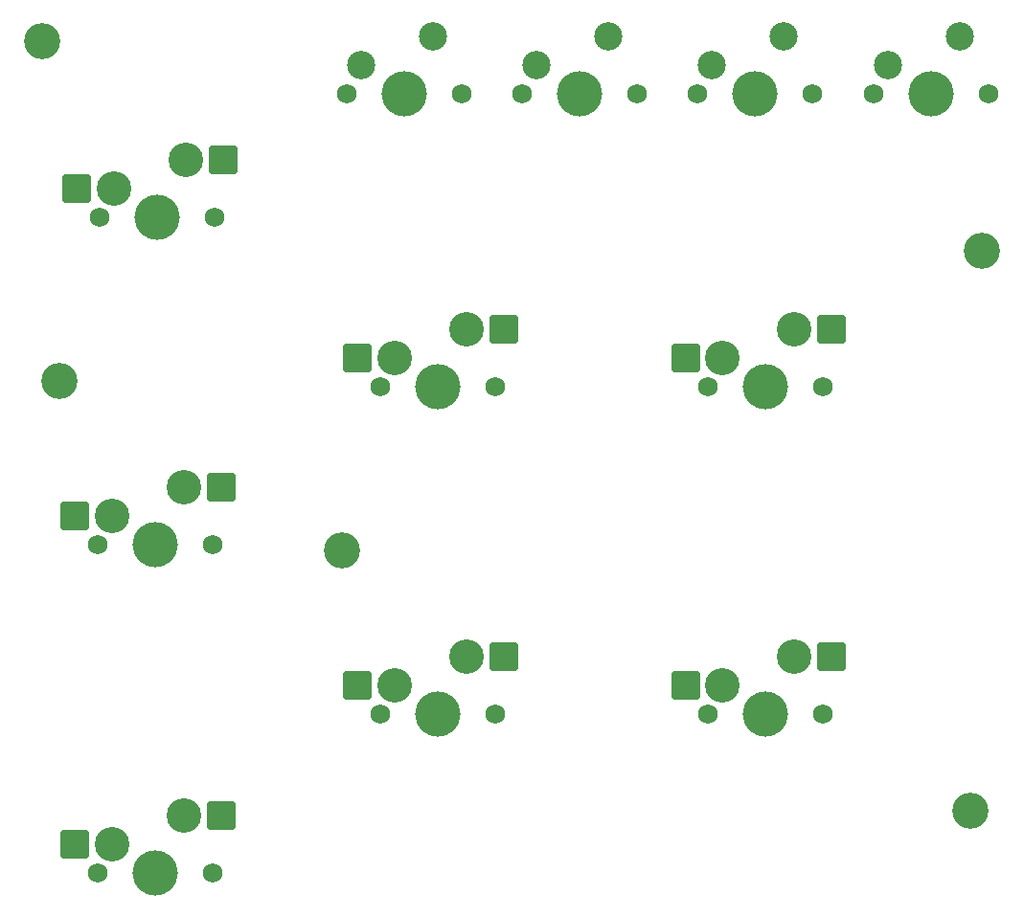
<source format=gbr>
%TF.GenerationSoftware,KiCad,Pcbnew,8.0.4*%
%TF.CreationDate,2024-07-29T15:22:08-07:00*%
%TF.ProjectId,3board_b,33626f61-7264-45f6-922e-6b696361645f,rev?*%
%TF.SameCoordinates,Original*%
%TF.FileFunction,Soldermask,Bot*%
%TF.FilePolarity,Negative*%
%FSLAX46Y46*%
G04 Gerber Fmt 4.6, Leading zero omitted, Abs format (unit mm)*
G04 Created by KiCad (PCBNEW 8.0.4) date 2024-07-29 15:22:08*
%MOMM*%
%LPD*%
G01*
G04 APERTURE LIST*
G04 Aperture macros list*
%AMRoundRect*
0 Rectangle with rounded corners*
0 $1 Rounding radius*
0 $2 $3 $4 $5 $6 $7 $8 $9 X,Y pos of 4 corners*
0 Add a 4 corners polygon primitive as box body*
4,1,4,$2,$3,$4,$5,$6,$7,$8,$9,$2,$3,0*
0 Add four circle primitives for the rounded corners*
1,1,$1+$1,$2,$3*
1,1,$1+$1,$4,$5*
1,1,$1+$1,$6,$7*
1,1,$1+$1,$8,$9*
0 Add four rect primitives between the rounded corners*
20,1,$1+$1,$2,$3,$4,$5,0*
20,1,$1+$1,$4,$5,$6,$7,0*
20,1,$1+$1,$6,$7,$8,$9,0*
20,1,$1+$1,$8,$9,$2,$3,0*%
G04 Aperture macros list end*
%ADD10C,1.750000*%
%ADD11C,3.050000*%
%ADD12C,4.000000*%
%ADD13RoundRect,0.250000X-1.025000X-1.000000X1.025000X-1.000000X1.025000X1.000000X-1.025000X1.000000X0*%
%ADD14C,2.500000*%
%ADD15C,3.200000*%
G04 APERTURE END LIST*
D10*
%TO.C,SW4_LP*%
X112088943Y-69000000D03*
D11*
X113358943Y-66460000D03*
D12*
X117168943Y-69000000D03*
D11*
X119708943Y-63920000D03*
D10*
X122248943Y-69000000D03*
D13*
X110083943Y-66460000D03*
X123010943Y-63920000D03*
%TD*%
D10*
%TO.C,SW15_TOUCHPAD*%
X180655000Y-29080000D03*
D12*
X185735000Y-29080000D03*
D10*
X190815000Y-29080000D03*
D14*
X181925000Y-26540000D03*
X188275000Y-24000000D03*
%TD*%
D10*
%TO.C,SW10_SHARE*%
X149655000Y-29080000D03*
D12*
X154735000Y-29080000D03*
D10*
X159815000Y-29080000D03*
D14*
X150925000Y-26540000D03*
X157275000Y-24000000D03*
%TD*%
D15*
%TO.C,H12*%
X108735000Y-54500000D03*
%TD*%
D10*
%TO.C,SW9_HK*%
X166088943Y-84000000D03*
D11*
X167358943Y-81460000D03*
D12*
X171168943Y-84000000D03*
D11*
X173708943Y-78920000D03*
D10*
X176248943Y-84000000D03*
D13*
X164083943Y-81460000D03*
X177010943Y-78920000D03*
%TD*%
D10*
%TO.C,SW3_MK*%
X137088943Y-84000000D03*
D11*
X138358943Y-81460000D03*
D12*
X142168943Y-84000000D03*
D11*
X144708943Y-78920000D03*
D10*
X147248943Y-84000000D03*
D13*
X135083943Y-81460000D03*
X148010943Y-78920000D03*
%TD*%
D10*
%TO.C,SW2_LK*%
X112088943Y-98000000D03*
D11*
X113358943Y-95460000D03*
D12*
X117168943Y-98000000D03*
D11*
X119708943Y-92920000D03*
D10*
X122248943Y-98000000D03*
D13*
X110083943Y-95460000D03*
X123010943Y-92920000D03*
%TD*%
D15*
%TO.C,H11*%
X189235000Y-92500000D03*
%TD*%
%TO.C,H8*%
X133735000Y-69500000D03*
%TD*%
D10*
%TO.C,SW5_MP*%
X137088943Y-55000000D03*
D11*
X138358943Y-52460000D03*
D12*
X142168943Y-55000000D03*
D11*
X144708943Y-49920000D03*
D10*
X147248943Y-55000000D03*
D13*
X135083943Y-52460000D03*
X148010943Y-49920000D03*
%TD*%
D10*
%TO.C,SW14_PS*%
X165155000Y-29080000D03*
D12*
X170235000Y-29080000D03*
D10*
X175315000Y-29080000D03*
D14*
X166425000Y-26540000D03*
X172775000Y-24000000D03*
%TD*%
D10*
%TO.C,SW6_DI*%
X112269257Y-40000561D03*
D11*
X113539257Y-37460561D03*
D12*
X117349257Y-40000561D03*
D11*
X119889257Y-34920561D03*
D10*
X122429257Y-40000561D03*
D13*
X110264257Y-37460561D03*
X123191257Y-34920561D03*
%TD*%
D15*
%TO.C,H10*%
X190235000Y-43000000D03*
%TD*%
D10*
%TO.C,SW7_HP*%
X166088943Y-55000000D03*
D11*
X167358943Y-52460000D03*
D12*
X171168943Y-55000000D03*
D11*
X173708943Y-49920000D03*
D10*
X176248943Y-55000000D03*
D13*
X164083943Y-52460000D03*
X177010943Y-49920000D03*
%TD*%
D15*
%TO.C,H9*%
X107235000Y-24500000D03*
%TD*%
D10*
%TO.C,SW11_START*%
X134155000Y-29080000D03*
D12*
X139235000Y-29080000D03*
D10*
X144315000Y-29080000D03*
D14*
X135425000Y-26540000D03*
X141775000Y-24000000D03*
%TD*%
M02*

</source>
